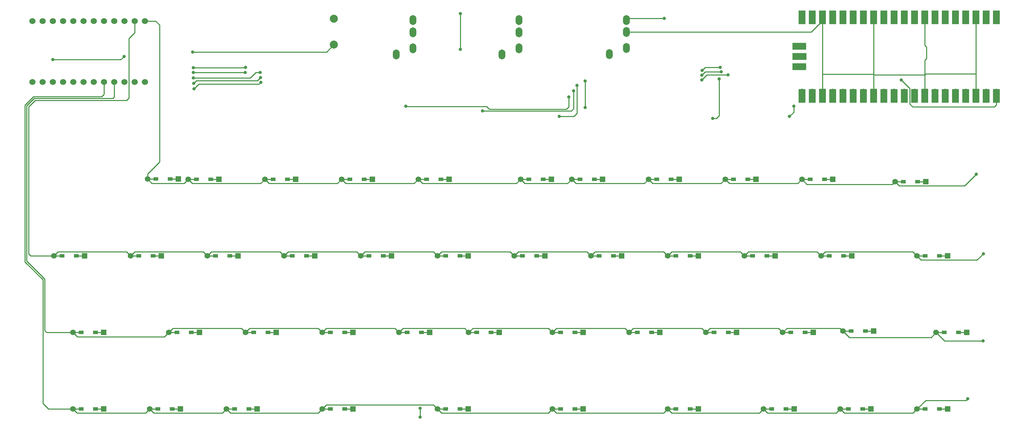
<source format=gbr>
G04 #@! TF.GenerationSoftware,KiCad,Pcbnew,(5.1.6-0-10_14)*
G04 #@! TF.CreationDate,2022-07-10T08:57:52+09:00*
G04 #@! TF.ProjectId,cool445,636f6f6c-3434-4352-9e6b-696361645f70,rev?*
G04 #@! TF.SameCoordinates,Original*
G04 #@! TF.FileFunction,Copper,L1,Top*
G04 #@! TF.FilePolarity,Positive*
%FSLAX46Y46*%
G04 Gerber Fmt 4.6, Leading zero omitted, Abs format (unit mm)*
G04 Created by KiCad (PCBNEW (5.1.6-0-10_14)) date 2022-07-10 08:57:52*
%MOMM*%
%LPD*%
G01*
G04 APERTURE LIST*
G04 #@! TA.AperFunction,ComponentPad*
%ADD10C,1.397000*%
G04 #@! TD*
G04 #@! TA.AperFunction,ComponentPad*
%ADD11R,1.397000X1.397000*%
G04 #@! TD*
G04 #@! TA.AperFunction,SMDPad,CuDef*
%ADD12R,1.300000X0.950000*%
G04 #@! TD*
G04 #@! TA.AperFunction,ComponentPad*
%ADD13O,1.700000X1.700000*%
G04 #@! TD*
G04 #@! TA.AperFunction,ComponentPad*
%ADD14R,1.700000X1.700000*%
G04 #@! TD*
G04 #@! TA.AperFunction,SMDPad,CuDef*
%ADD15R,1.700000X3.500000*%
G04 #@! TD*
G04 #@! TA.AperFunction,SMDPad,CuDef*
%ADD16R,3.500000X1.700000*%
G04 #@! TD*
G04 #@! TA.AperFunction,ComponentPad*
%ADD17C,1.524000*%
G04 #@! TD*
G04 #@! TA.AperFunction,ComponentPad*
%ADD18O,1.700000X2.500000*%
G04 #@! TD*
G04 #@! TA.AperFunction,ComponentPad*
%ADD19C,2.000000*%
G04 #@! TD*
G04 #@! TA.AperFunction,ViaPad*
%ADD20C,0.800000*%
G04 #@! TD*
G04 #@! TA.AperFunction,Conductor*
%ADD21C,0.250000*%
G04 #@! TD*
G04 APERTURE END LIST*
D10*
X172403000Y-67150000D03*
D11*
X180023000Y-67150000D03*
D12*
X177988000Y-67150000D03*
X174438000Y-67150000D03*
D10*
X143828000Y-67150000D03*
D11*
X151448000Y-67150000D03*
D12*
X149413000Y-67150000D03*
X145863000Y-67150000D03*
D10*
X115253000Y-67150000D03*
D11*
X122873000Y-67150000D03*
D12*
X120838000Y-67150000D03*
X117288000Y-67150000D03*
D10*
X86678000Y-67150000D03*
D11*
X94298000Y-67150000D03*
D12*
X92263000Y-67150000D03*
X88713000Y-67150000D03*
D10*
X24765499Y-48100000D03*
D11*
X32385499Y-48100000D03*
D12*
X30350499Y-48100000D03*
X26800499Y-48100000D03*
D10*
X228920000Y-10560000D03*
D11*
X236540000Y-10560000D03*
D12*
X234505000Y-10560000D03*
X230955000Y-10560000D03*
D10*
X43290000Y-9940000D03*
D11*
X50910000Y-9940000D03*
D12*
X48875000Y-9940000D03*
X45325000Y-9940000D03*
D10*
X234315000Y-67150000D03*
D11*
X241935000Y-67150000D03*
D12*
X239900000Y-67150000D03*
X236350000Y-67150000D03*
D10*
X215265000Y-67150000D03*
D11*
X222885000Y-67150000D03*
D12*
X220850000Y-67150000D03*
X217300000Y-67150000D03*
D10*
X196215000Y-67150000D03*
D11*
X203835000Y-67150000D03*
D12*
X201800000Y-67150000D03*
X198250000Y-67150000D03*
D10*
X62865000Y-67150000D03*
D11*
X70485000Y-67150000D03*
D12*
X68450000Y-67150000D03*
X64900000Y-67150000D03*
D10*
X43815000Y-67150000D03*
D11*
X51435000Y-67150000D03*
D12*
X49400000Y-67150000D03*
X45850000Y-67150000D03*
D10*
X24765000Y-67150000D03*
D11*
X32385000Y-67150000D03*
D12*
X30350000Y-67150000D03*
X26800000Y-67150000D03*
D10*
X239077500Y-48100000D03*
D11*
X246697500Y-48100000D03*
D12*
X244662500Y-48100000D03*
X241112500Y-48100000D03*
D10*
X215970000Y-47730000D03*
D11*
X223590000Y-47730000D03*
D12*
X221555000Y-47730000D03*
X218005000Y-47730000D03*
D10*
X200977500Y-48100000D03*
D11*
X208597500Y-48100000D03*
D12*
X206562500Y-48100000D03*
X203012500Y-48100000D03*
D10*
X181927500Y-48100000D03*
D11*
X189547500Y-48100000D03*
D12*
X187512500Y-48100000D03*
X183962500Y-48100000D03*
D10*
X162877500Y-48100000D03*
D11*
X170497500Y-48100000D03*
D12*
X168462500Y-48100000D03*
X164912500Y-48100000D03*
D10*
X143827500Y-48100000D03*
D11*
X151447500Y-48100000D03*
D12*
X149412500Y-48100000D03*
X145862500Y-48100000D03*
D10*
X123010000Y-48080000D03*
D11*
X130630000Y-48080000D03*
D12*
X128595000Y-48080000D03*
X125045000Y-48080000D03*
D10*
X105727500Y-48100000D03*
D11*
X113347500Y-48100000D03*
D12*
X111312500Y-48100000D03*
X107762500Y-48100000D03*
D10*
X86677500Y-48100000D03*
D11*
X94297500Y-48100000D03*
D12*
X92262500Y-48100000D03*
X88712500Y-48100000D03*
D10*
X67627500Y-48100000D03*
D11*
X75247500Y-48100000D03*
D12*
X73212500Y-48100000D03*
X69662500Y-48100000D03*
D10*
X48577500Y-48100000D03*
D11*
X56197500Y-48100000D03*
D12*
X54162500Y-48100000D03*
X50612500Y-48100000D03*
D10*
X205740000Y-10000000D03*
D11*
X213360000Y-10000000D03*
D12*
X211325000Y-10000000D03*
X207775000Y-10000000D03*
D10*
X186690000Y-10000000D03*
D11*
X194310000Y-10000000D03*
D12*
X192275000Y-10000000D03*
X188725000Y-10000000D03*
D10*
X167640000Y-10000000D03*
D11*
X175260000Y-10000000D03*
D12*
X173225000Y-10000000D03*
X169675000Y-10000000D03*
D10*
X148590000Y-10000000D03*
D11*
X156210000Y-10000000D03*
D12*
X154175000Y-10000000D03*
X150625000Y-10000000D03*
D10*
X135890000Y-10000000D03*
D11*
X143510000Y-10000000D03*
D12*
X141475000Y-10000000D03*
X137925000Y-10000000D03*
D10*
X110490000Y-10000000D03*
D11*
X118110000Y-10000000D03*
D12*
X116075000Y-10000000D03*
X112525000Y-10000000D03*
D10*
X91440000Y-10000000D03*
D11*
X99060000Y-10000000D03*
D12*
X97025000Y-10000000D03*
X93475000Y-10000000D03*
D10*
X72390000Y-10000000D03*
D11*
X80010000Y-10000000D03*
D12*
X77975000Y-10000000D03*
X74425000Y-10000000D03*
D10*
X53340000Y-10000000D03*
D11*
X60960000Y-10000000D03*
D12*
X58925000Y-10000000D03*
X55375000Y-10000000D03*
X25587500Y-29050000D03*
D11*
X27622500Y-29050000D03*
D10*
X20002500Y-29050000D03*
D12*
X22037500Y-29050000D03*
X44637500Y-29050000D03*
D11*
X46672500Y-29050000D03*
D10*
X39052500Y-29050000D03*
D12*
X41087500Y-29050000D03*
X63687500Y-29050000D03*
D11*
X65722500Y-29050000D03*
D10*
X58102500Y-29050000D03*
D12*
X60137500Y-29050000D03*
X82737500Y-29050000D03*
D11*
X84772500Y-29050000D03*
D10*
X77152500Y-29050000D03*
D12*
X79187500Y-29050000D03*
D13*
X254030000Y29450000D03*
X251490000Y29450000D03*
D14*
X248950000Y29450000D03*
D13*
X246410000Y29450000D03*
X243870000Y29450000D03*
X241330000Y29450000D03*
X238790000Y29450000D03*
D14*
X236250000Y29450000D03*
D13*
X233710000Y29450000D03*
X231170000Y29450000D03*
X228630000Y29450000D03*
X226090000Y29450000D03*
D14*
X223550000Y29450000D03*
D13*
X221010000Y29450000D03*
X218470000Y29450000D03*
X215930000Y29450000D03*
X213390000Y29450000D03*
D14*
X210850000Y29450000D03*
D13*
X208310000Y29450000D03*
X205770000Y29450000D03*
X205770000Y11670000D03*
X208310000Y11670000D03*
D14*
X210850000Y11670000D03*
D13*
X213390000Y11670000D03*
X215930000Y11670000D03*
X218470000Y11670000D03*
X221010000Y11670000D03*
D14*
X223550000Y11670000D03*
D13*
X226090000Y11670000D03*
X228630000Y11670000D03*
X231170000Y11670000D03*
X233710000Y11670000D03*
D14*
X236250000Y11670000D03*
D13*
X238790000Y11670000D03*
X241330000Y11670000D03*
X243870000Y11670000D03*
X246410000Y11670000D03*
D14*
X248950000Y11670000D03*
D13*
X251490000Y11670000D03*
X254030000Y11670000D03*
D15*
X254030000Y30350000D03*
X251490000Y30350000D03*
X248950000Y30350000D03*
X246410000Y30350000D03*
X243870000Y30350000D03*
X241330000Y30350000D03*
X238790000Y30350000D03*
X236250000Y30350000D03*
X233710000Y30350000D03*
X231170000Y30350000D03*
X228630000Y30350000D03*
X226090000Y30350000D03*
X223550000Y30350000D03*
X221010000Y30350000D03*
X218470000Y30350000D03*
X215930000Y30350000D03*
X213390000Y30350000D03*
X210850000Y30350000D03*
X208310000Y30350000D03*
X205770000Y30350000D03*
X254030000Y10770000D03*
X251490000Y10770000D03*
X248950000Y10770000D03*
X246410000Y10770000D03*
X243870000Y10770000D03*
X241330000Y10770000D03*
X238790000Y10770000D03*
X236250000Y10770000D03*
X233710000Y10770000D03*
X231170000Y10770000D03*
X228630000Y10770000D03*
X226090000Y10770000D03*
X223550000Y10770000D03*
X221010000Y10770000D03*
X218470000Y10770000D03*
X215930000Y10770000D03*
X213390000Y10770000D03*
X210850000Y10770000D03*
X208310000Y10770000D03*
X205770000Y10770000D03*
D16*
X205100000Y23100000D03*
D13*
X206000000Y23100000D03*
D16*
X205100000Y20560000D03*
D14*
X206000000Y20560000D03*
D16*
X205100000Y18020000D03*
D13*
X206000000Y18020000D03*
D17*
X14692000Y14201400D03*
X17232000Y14201400D03*
X19772000Y14201400D03*
X22312000Y14201400D03*
X24852000Y14201400D03*
X27392000Y14201400D03*
X29932000Y14201400D03*
X32472000Y14201400D03*
X35012000Y14201400D03*
X37552000Y14201400D03*
X40092000Y14201400D03*
X42632000Y14201400D03*
X42632000Y29421400D03*
X40092000Y29421400D03*
X37552000Y29421400D03*
X35012000Y29421400D03*
X32472000Y29421400D03*
X29932000Y29421400D03*
X27392000Y29421400D03*
X24852000Y29421400D03*
X22312000Y29421400D03*
X19772000Y29421400D03*
X17232000Y29421400D03*
X14692000Y29421400D03*
D12*
X101787500Y-29050000D03*
D11*
X103822500Y-29050000D03*
D10*
X96202500Y-29050000D03*
D12*
X98237500Y-29050000D03*
X117287500Y-29050000D03*
D10*
X115252500Y-29050000D03*
D11*
X122872500Y-29050000D03*
D12*
X120837500Y-29050000D03*
X136337500Y-29050000D03*
D10*
X134302500Y-29050000D03*
D11*
X141922500Y-29050000D03*
D12*
X139887500Y-29050000D03*
X155387500Y-29050000D03*
D10*
X153352500Y-29050000D03*
D11*
X160972500Y-29050000D03*
D12*
X158937500Y-29050000D03*
X174437500Y-29050000D03*
D10*
X172402500Y-29050000D03*
D11*
X180022500Y-29050000D03*
D12*
X177987500Y-29050000D03*
X193487500Y-29050000D03*
D10*
X191452500Y-29050000D03*
D11*
X199072500Y-29050000D03*
D12*
X197037500Y-29050000D03*
X212537500Y-29050000D03*
D10*
X210502500Y-29050000D03*
D11*
X218122500Y-29050000D03*
D12*
X216087500Y-29050000D03*
X236350500Y-29050000D03*
D10*
X234315500Y-29050000D03*
D11*
X241935500Y-29050000D03*
D12*
X239900500Y-29050000D03*
D18*
X135470000Y29610000D03*
X135470000Y26610000D03*
X135470000Y22610000D03*
X131270000Y21110000D03*
D19*
X89520000Y30010000D03*
X89520000Y23510000D03*
D18*
X104990000Y21110000D03*
X109190000Y22610000D03*
X109190000Y26610000D03*
X109190000Y29610000D03*
X162170000Y29670000D03*
X162170000Y26670000D03*
X162170000Y22670000D03*
X157970000Y21170000D03*
D20*
X249060000Y-8680000D03*
X250780000Y-28540000D03*
X250760000Y-50230000D03*
X246940000Y-64590000D03*
X171580000Y30050000D03*
X19772000Y19792000D03*
X37450000Y20600000D03*
X54440000Y21700000D03*
X54680000Y17810000D03*
X67560000Y17840000D03*
X230440030Y14710030D03*
X120980000Y31210000D03*
X120980000Y22330000D03*
X187380000Y16000000D03*
X180920000Y14760000D03*
X71370000Y14160000D03*
X54820000Y12560000D03*
X110910000Y-69190000D03*
X110910000Y-67010000D03*
X147880000Y10500000D03*
X107400000Y8200000D03*
X149010000Y12040000D03*
X126450000Y7040000D03*
X149890000Y13360000D03*
X145500000Y5690000D03*
X151970000Y7850000D03*
X151960000Y14500000D03*
X185170000Y14980000D03*
X183600000Y5210000D03*
X203720000Y8230000D03*
X202650000Y5660000D03*
X185460000Y17890000D03*
X180950000Y17075000D03*
X54680000Y15280000D03*
X71250000Y16600000D03*
X185740000Y16750000D03*
X180920000Y15920000D03*
X71320000Y15340000D03*
X54760000Y13870000D03*
X54670000Y16590000D03*
X67555000Y16625000D03*
D21*
X58925000Y-10000000D02*
X60960000Y-10000000D01*
X43290000Y-9940000D02*
X45325000Y-9940000D01*
X52376499Y-10963501D02*
X53340000Y-10000000D01*
X44313501Y-10963501D02*
X52376499Y-10963501D01*
X43290000Y-9940000D02*
X44313501Y-10963501D01*
X55375000Y-10000000D02*
X55375000Y-10115000D01*
X55260000Y-10000000D02*
X53340000Y-10000000D01*
X55375000Y-10115000D02*
X55260000Y-10000000D01*
X71366499Y-11023501D02*
X72390000Y-10000000D01*
X54363501Y-11023501D02*
X71366499Y-11023501D01*
X53340000Y-10000000D02*
X54363501Y-11023501D01*
X72390000Y-10000000D02*
X74425000Y-10000000D01*
X90416499Y-11023501D02*
X91440000Y-10000000D01*
X73413501Y-11023501D02*
X90416499Y-11023501D01*
X72390000Y-10000000D02*
X73413501Y-11023501D01*
X91440000Y-10000000D02*
X93475000Y-10000000D01*
X109466499Y-11023501D02*
X110490000Y-10000000D01*
X92463501Y-11023501D02*
X109466499Y-11023501D01*
X91440000Y-10000000D02*
X92463501Y-11023501D01*
X110490000Y-10000000D02*
X112525000Y-10000000D01*
X134866499Y-11023501D02*
X135890000Y-10000000D01*
X111513501Y-11023501D02*
X134866499Y-11023501D01*
X110490000Y-10000000D02*
X111513501Y-11023501D01*
X135890000Y-10000000D02*
X137925000Y-10000000D01*
X147566499Y-11023501D02*
X148590000Y-10000000D01*
X136913501Y-11023501D02*
X147566499Y-11023501D01*
X135890000Y-10000000D02*
X136913501Y-11023501D01*
X148590000Y-10000000D02*
X150625000Y-10000000D01*
X166616499Y-11023501D02*
X167640000Y-10000000D01*
X149613501Y-11023501D02*
X166616499Y-11023501D01*
X148590000Y-10000000D02*
X149613501Y-11023501D01*
X167640000Y-10000000D02*
X169675000Y-10000000D01*
X185666499Y-11023501D02*
X186690000Y-10000000D01*
X168663501Y-11023501D02*
X185666499Y-11023501D01*
X167640000Y-10000000D02*
X168663501Y-11023501D01*
X186690000Y-10000000D02*
X188725000Y-10000000D01*
X204716499Y-11023501D02*
X205740000Y-10000000D01*
X187713501Y-11023501D02*
X204716499Y-11023501D01*
X186690000Y-10000000D02*
X187713501Y-11023501D01*
X205740000Y-10000000D02*
X207775000Y-10000000D01*
X206998499Y-11258499D02*
X228221501Y-11258499D01*
X228221501Y-11258499D02*
X228920000Y-10560000D01*
X205740000Y-10000000D02*
X206998499Y-11258499D01*
X228920000Y-10560000D02*
X230955000Y-10560000D01*
X43290000Y-9940000D02*
X43290000Y-8650000D01*
X43290000Y-8650000D02*
X46260000Y-5680000D01*
X46260000Y-5680000D02*
X46260000Y28450000D01*
X45288600Y29421400D02*
X42632000Y29421400D01*
X46260000Y28450000D02*
X45288600Y29421400D01*
X229943501Y-11583501D02*
X228920000Y-10560000D01*
X246156499Y-11583501D02*
X229943501Y-11583501D01*
X249060000Y-8680000D02*
X246156499Y-11583501D01*
X77975000Y-10000000D02*
X80010000Y-10000000D01*
X97025000Y-10000000D02*
X99060000Y-10000000D01*
X116075000Y-10000000D02*
X118110000Y-10000000D01*
X141475000Y-10000000D02*
X143510000Y-10000000D01*
X154175000Y-10000000D02*
X156210000Y-10000000D01*
X173225000Y-10000000D02*
X175260000Y-10000000D01*
X192275000Y-10000000D02*
X194310000Y-10000000D01*
X211325000Y-10000000D02*
X213360000Y-10000000D01*
X25587500Y-29050000D02*
X27622500Y-29050000D01*
X234315500Y-29050000D02*
X236350500Y-29050000D01*
X211526001Y-28026499D02*
X210502500Y-29050000D01*
X233291999Y-28026499D02*
X211526001Y-28026499D01*
X234315500Y-29050000D02*
X233291999Y-28026499D01*
X210502500Y-29050000D02*
X212537500Y-29050000D01*
X192476001Y-28026499D02*
X191452500Y-29050000D01*
X209478999Y-28026499D02*
X192476001Y-28026499D01*
X210502500Y-29050000D02*
X209478999Y-28026499D01*
X191452500Y-29050000D02*
X193487500Y-29050000D01*
X173426001Y-28026499D02*
X172402500Y-29050000D01*
X190428999Y-28026499D02*
X173426001Y-28026499D01*
X191452500Y-29050000D02*
X190428999Y-28026499D01*
X172402500Y-29050000D02*
X174437500Y-29050000D01*
X154376001Y-28026499D02*
X153352500Y-29050000D01*
X171378999Y-28026499D02*
X154376001Y-28026499D01*
X172402500Y-29050000D02*
X171378999Y-28026499D01*
X153352500Y-29050000D02*
X155387500Y-29050000D01*
X152328999Y-28026499D02*
X135326001Y-28026499D01*
X135326001Y-28026499D02*
X134302500Y-29050000D01*
X153352500Y-29050000D02*
X152328999Y-28026499D01*
X134302500Y-29050000D02*
X136337500Y-29050000D01*
X116276001Y-28026499D02*
X115252500Y-29050000D01*
X133278999Y-28026499D02*
X116276001Y-28026499D01*
X134302500Y-29050000D02*
X133278999Y-28026499D01*
X115252500Y-29050000D02*
X117287500Y-29050000D01*
X97226001Y-28026499D02*
X96202500Y-29050000D01*
X114228999Y-28026499D02*
X97226001Y-28026499D01*
X115252500Y-29050000D02*
X114228999Y-28026499D01*
X96202500Y-29050000D02*
X98237500Y-29050000D01*
X78176001Y-28026499D02*
X77152500Y-29050000D01*
X95178999Y-28026499D02*
X78176001Y-28026499D01*
X96202500Y-29050000D02*
X95178999Y-28026499D01*
X77152500Y-29050000D02*
X79187500Y-29050000D01*
X59126001Y-28026499D02*
X58102500Y-29050000D01*
X76128999Y-28026499D02*
X59126001Y-28026499D01*
X77152500Y-29050000D02*
X76128999Y-28026499D01*
X58102500Y-29050000D02*
X60137500Y-29050000D01*
X40076001Y-28026499D02*
X39052500Y-29050000D01*
X57078999Y-28026499D02*
X40076001Y-28026499D01*
X58102500Y-29050000D02*
X57078999Y-28026499D01*
X39052500Y-29050000D02*
X41087500Y-29050000D01*
X21026001Y-28026499D02*
X20002500Y-29050000D01*
X38028999Y-28026499D02*
X21026001Y-28026499D01*
X39052500Y-29050000D02*
X38028999Y-28026499D01*
X20002500Y-29050000D02*
X22037500Y-29050000D01*
X38030000Y9670000D02*
X38639001Y10279001D01*
X38639001Y25069001D02*
X40092000Y26522000D01*
X34836372Y9670000D02*
X38030000Y9670000D01*
X34816391Y9689981D02*
X34836372Y9670000D01*
X40092000Y26522000D02*
X40092000Y29421400D01*
X20002500Y-29050000D02*
X14240020Y-29050000D01*
X15349980Y9689980D02*
X34816391Y9689981D01*
X13720020Y8060020D02*
X15349980Y9689980D01*
X13720020Y-28530000D02*
X13720020Y8060020D01*
X38639001Y10279001D02*
X38639001Y25069001D01*
X14240020Y-29050000D02*
X13720020Y-28530000D01*
X235339001Y-30073501D02*
X234315500Y-29050000D01*
X249246499Y-30073501D02*
X235339001Y-30073501D01*
X250780000Y-28540000D02*
X249246499Y-30073501D01*
X44637500Y-29050000D02*
X46672500Y-29050000D01*
X63687500Y-29050000D02*
X65722500Y-29050000D01*
X82737500Y-29050000D02*
X84772500Y-29050000D01*
X101787500Y-29050000D02*
X103822500Y-29050000D01*
X120837500Y-29050000D02*
X122872500Y-29050000D01*
X139887500Y-29050000D02*
X141922500Y-29050000D01*
X158937500Y-29050000D02*
X160972500Y-29050000D01*
X177987500Y-29050000D02*
X180022500Y-29050000D01*
X197037500Y-29050000D02*
X199072500Y-29050000D01*
X216087500Y-29050000D02*
X218122500Y-29050000D01*
X54162500Y-48100000D02*
X56197500Y-48100000D01*
X237847500Y-49330000D02*
X217570000Y-49330000D01*
X217570000Y-49330000D02*
X215970000Y-47730000D01*
X239077500Y-48100000D02*
X237847500Y-49330000D01*
X215271501Y-47031501D02*
X202045999Y-47031501D01*
X202045999Y-47031501D02*
X200977500Y-48100000D01*
X215970000Y-47730000D02*
X215271501Y-47031501D01*
X182951001Y-47076499D02*
X181927500Y-48100000D01*
X199953999Y-47076499D02*
X182951001Y-47076499D01*
X200977500Y-48100000D02*
X199953999Y-47076499D01*
X163901001Y-47076499D02*
X162877500Y-48100000D01*
X180903999Y-47076499D02*
X163901001Y-47076499D01*
X181927500Y-48100000D02*
X180903999Y-47076499D01*
X144851001Y-47076499D02*
X143827500Y-48100000D01*
X161853999Y-47076499D02*
X144851001Y-47076499D01*
X162877500Y-48100000D02*
X161853999Y-47076499D01*
X142783999Y-47056499D02*
X124033501Y-47056499D01*
X124033501Y-47056499D02*
X123010000Y-48080000D01*
X143827500Y-48100000D02*
X142783999Y-47056499D01*
X106751001Y-47076499D02*
X105727500Y-48100000D01*
X122006499Y-47076499D02*
X106751001Y-47076499D01*
X123010000Y-48080000D02*
X122006499Y-47076499D01*
X87701001Y-47076499D02*
X86677500Y-48100000D01*
X104703999Y-47076499D02*
X87701001Y-47076499D01*
X105727500Y-48100000D02*
X104703999Y-47076499D01*
X68651001Y-47076499D02*
X67627500Y-48100000D01*
X85653999Y-47076499D02*
X68651001Y-47076499D01*
X86677500Y-48100000D02*
X85653999Y-47076499D01*
X49601001Y-47076499D02*
X48577500Y-48100000D01*
X66603999Y-47076499D02*
X49601001Y-47076499D01*
X67627500Y-48100000D02*
X66603999Y-47076499D01*
X47469644Y-49207856D02*
X48577500Y-48100000D01*
X25873355Y-49207856D02*
X47469644Y-49207856D01*
X24765499Y-48100000D02*
X25873355Y-49207856D01*
X24765499Y-48100000D02*
X26800499Y-48100000D01*
X48577500Y-48100000D02*
X50612500Y-48100000D01*
X67627500Y-48100000D02*
X69662500Y-48100000D01*
X86677500Y-48100000D02*
X88712500Y-48100000D01*
X105727500Y-48100000D02*
X107762500Y-48100000D01*
X123010000Y-48080000D02*
X125045000Y-48080000D01*
X143827500Y-48100000D02*
X145862500Y-48100000D01*
X162877500Y-48100000D02*
X164912500Y-48100000D01*
X181927500Y-48100000D02*
X183962500Y-48100000D01*
X200977500Y-48100000D02*
X203012500Y-48100000D01*
X215970000Y-47730000D02*
X218005000Y-47730000D01*
X239077500Y-48100000D02*
X241112500Y-48100000D01*
X15136400Y10139990D02*
X34629990Y10139990D01*
X13270010Y8273600D02*
X15136400Y10139990D01*
X34629990Y10139990D02*
X35012000Y10522000D01*
X13270010Y-30333600D02*
X13270010Y8273600D01*
X24765499Y-48100000D02*
X18200010Y-48100000D01*
X18200010Y-48100000D02*
X17740010Y-47640000D01*
X17740010Y-47640000D02*
X17740009Y-34803599D01*
X35012000Y10522000D02*
X35012000Y14201400D01*
X17740009Y-34803599D02*
X13270010Y-30333600D01*
X241207500Y-50230000D02*
X239077500Y-48100000D01*
X250760000Y-50230000D02*
X241207500Y-50230000D01*
X73212500Y-48100000D02*
X75247500Y-48100000D01*
X92262500Y-48100000D02*
X94297500Y-48100000D01*
X111312500Y-48100000D02*
X113347500Y-48100000D01*
X128595000Y-48080000D02*
X130630000Y-48080000D01*
X149412500Y-48100000D02*
X151447500Y-48100000D01*
X168462500Y-48100000D02*
X170497500Y-48100000D01*
X187512500Y-48100000D02*
X189547500Y-48100000D01*
X206562500Y-48100000D02*
X208597500Y-48100000D01*
X221555000Y-47730000D02*
X223590000Y-47730000D01*
X244662500Y-48100000D02*
X246697500Y-48100000D01*
X30350000Y-67150000D02*
X32385000Y-67150000D01*
X24765000Y-67150000D02*
X26130000Y-67150000D01*
X26130000Y-67150000D02*
X26800000Y-67150000D01*
X43815000Y-67150000D02*
X45850000Y-67150000D01*
X62865000Y-67150000D02*
X64900000Y-67150000D01*
X86678000Y-67150000D02*
X88713000Y-67150000D01*
X115253000Y-67150000D02*
X117288000Y-67150000D01*
X143828000Y-67150000D02*
X145863000Y-67150000D01*
X172403000Y-67150000D02*
X174438000Y-67150000D01*
X196215000Y-67150000D02*
X198250000Y-67150000D01*
X215265000Y-67150000D02*
X217300000Y-67150000D01*
X234315000Y-67150000D02*
X236350000Y-67150000D01*
X25788501Y-68173501D02*
X42791499Y-68173501D01*
X42791499Y-68173501D02*
X43815000Y-67150000D01*
X24765000Y-67150000D02*
X25788501Y-68173501D01*
X61841499Y-68173501D02*
X62865000Y-67150000D01*
X44838501Y-68173501D02*
X61841499Y-68173501D01*
X43815000Y-67150000D02*
X44838501Y-68173501D01*
X85654499Y-68173501D02*
X86678000Y-67150000D01*
X63888501Y-68173501D02*
X85654499Y-68173501D01*
X62865000Y-67150000D02*
X63888501Y-68173501D01*
X142804499Y-68173501D02*
X143828000Y-67150000D01*
X116276501Y-68173501D02*
X142804499Y-68173501D01*
X115253000Y-67150000D02*
X116276501Y-68173501D01*
X171379499Y-68173501D02*
X172403000Y-67150000D01*
X144851501Y-68173501D02*
X171379499Y-68173501D01*
X143828000Y-67150000D02*
X144851501Y-68173501D01*
X195191499Y-68173501D02*
X196215000Y-67150000D01*
X173426501Y-68173501D02*
X195191499Y-68173501D01*
X172403000Y-67150000D02*
X173426501Y-68173501D01*
X214241499Y-68173501D02*
X215265000Y-67150000D01*
X197238501Y-68173501D02*
X214241499Y-68173501D01*
X196215000Y-67150000D02*
X197238501Y-68173501D01*
X233291499Y-68173501D02*
X234315000Y-67150000D01*
X216288501Y-68173501D02*
X233291499Y-68173501D01*
X215265000Y-67150000D02*
X216288501Y-68173501D01*
X24765000Y-67150000D02*
X18680000Y-67150000D01*
X18680000Y-67150000D02*
X17290000Y-65760000D01*
X17290000Y-65760000D02*
X17290000Y-34990000D01*
X17290000Y-34990000D02*
X12820000Y-30520000D01*
X12820000Y-30520000D02*
X12820000Y8460000D01*
X12820000Y8460000D02*
X14950000Y10590000D01*
X14950000Y10590000D02*
X31900000Y10590000D01*
X32472000Y11162000D02*
X32472000Y14201400D01*
X31900000Y10590000D02*
X32472000Y11162000D01*
X87701501Y-66126499D02*
X86678000Y-67150000D01*
X114229499Y-66126499D02*
X87701501Y-66126499D01*
X115253000Y-67150000D02*
X114229499Y-66126499D01*
X236475001Y-64989999D02*
X234315000Y-67150000D01*
X246540001Y-64989999D02*
X236475001Y-64989999D01*
X246940000Y-64590000D02*
X246540001Y-64989999D01*
X49400000Y-67150000D02*
X51435000Y-67150000D01*
X68450000Y-67150000D02*
X70485000Y-67150000D01*
X201800000Y-67150000D02*
X203835000Y-67150000D01*
X220850000Y-67150000D02*
X222885000Y-67150000D01*
X239900000Y-67150000D02*
X241935000Y-67150000D01*
X48875000Y-9940000D02*
X50910000Y-9940000D01*
X234505000Y-10560000D02*
X236540000Y-10560000D01*
X239900500Y-29050000D02*
X241935500Y-29050000D01*
X30350499Y-48100000D02*
X32385499Y-48100000D01*
X92263000Y-67150000D02*
X94298000Y-67150000D01*
X120838000Y-67150000D02*
X122873000Y-67150000D01*
X149413000Y-67150000D02*
X151448000Y-67150000D01*
X177988000Y-67150000D02*
X180023000Y-67150000D01*
X162550000Y30050000D02*
X162170000Y29670000D01*
X171580000Y30050000D02*
X162550000Y30050000D01*
X19772000Y19792000D02*
X36642000Y19792000D01*
X36642000Y19792000D02*
X37450000Y20600000D01*
X87710000Y21700000D02*
X89520000Y23510000D01*
X54440000Y21700000D02*
X87710000Y21700000D01*
X236250000Y29450000D02*
X236250000Y23390000D01*
X236250000Y23390000D02*
X236690000Y22950000D01*
X236690000Y22950000D02*
X236690000Y20060000D01*
X236690000Y20060000D02*
X236250000Y19620000D01*
X236470000Y16220000D02*
X236250000Y16000000D01*
X236250000Y16000000D02*
X236250000Y11670000D01*
X236250000Y19620000D02*
X236250000Y16000000D01*
X248950000Y11670000D02*
X248950000Y16220000D01*
X248950000Y16220000D02*
X236470000Y16220000D01*
X248950000Y16220000D02*
X248950000Y29450000D01*
X223760000Y16000000D02*
X223550000Y16210000D01*
X236250000Y16000000D02*
X223760000Y16000000D01*
X223550000Y16210000D02*
X223550000Y29450000D01*
X223550000Y11670000D02*
X223550000Y16210000D01*
X223550000Y16210000D02*
X210870000Y16210000D01*
X210870000Y16210000D02*
X210850000Y16190000D01*
X210850000Y16190000D02*
X210850000Y29450000D01*
X210850000Y11670000D02*
X210850000Y16190000D01*
X210850000Y29450000D02*
X208040000Y26640000D01*
X162200000Y26640000D02*
X162170000Y26670000D01*
X208040000Y26640000D02*
X162200000Y26640000D01*
X67530000Y17810000D02*
X67560000Y17840000D01*
X54680000Y17810000D02*
X67530000Y17810000D01*
X254030000Y8570000D02*
X254030000Y11670000D01*
X233264998Y8030000D02*
X253490000Y8030000D01*
X253490000Y8030000D02*
X254030000Y8570000D01*
X232534999Y8759999D02*
X233264998Y8030000D01*
X232534999Y12615061D02*
X232534999Y8759999D01*
X230440030Y14710030D02*
X232534999Y12615061D01*
X120980000Y31210000D02*
X120980000Y22330000D01*
X182160000Y16000000D02*
X180920000Y14760000D01*
X187380000Y16000000D02*
X182160000Y16000000D01*
X71370000Y14160000D02*
X70940000Y13730000D01*
X55990000Y13730000D02*
X54820000Y12560000D01*
X70940000Y13730000D02*
X55990000Y13730000D01*
X110910000Y-69190000D02*
X110910000Y-67010000D01*
X147880000Y10500000D02*
X147880000Y8050000D01*
X147880000Y8050000D02*
X147270010Y7440010D01*
X147270010Y7440010D02*
X128139990Y7440010D01*
X128139990Y7440010D02*
X127460000Y8120000D01*
X107480000Y8120000D02*
X107400000Y8200000D01*
X127460000Y8120000D02*
X107480000Y8120000D01*
X149010000Y12040000D02*
X149010000Y7580000D01*
X149010000Y7580000D02*
X148420000Y6990000D01*
X126500000Y6990000D02*
X126450000Y7040000D01*
X148420000Y6990000D02*
X126500000Y6990000D01*
X149890000Y13360000D02*
X149890000Y6470000D01*
X149110000Y5690000D02*
X145500000Y5690000D01*
X149890000Y6470000D02*
X149110000Y5690000D01*
X151970000Y14490000D02*
X151960000Y14500000D01*
X151970000Y7850000D02*
X151970000Y14490000D01*
X185170000Y14980000D02*
X185170000Y5830000D01*
X185170000Y5830000D02*
X184550000Y5210000D01*
X184550000Y5210000D02*
X183600000Y5210000D01*
X203720000Y8230000D02*
X203720000Y6720000D01*
X202660000Y5660000D02*
X202650000Y5660000D01*
X203720000Y6720000D02*
X202660000Y5660000D01*
X181765000Y17890000D02*
X180950000Y17075000D01*
X185460000Y17890000D02*
X181765000Y17890000D01*
X68600000Y15280000D02*
X68800000Y15280000D01*
X68600000Y15280000D02*
X54680000Y15280000D01*
X70120000Y16600000D02*
X71250000Y16600000D01*
X68800000Y15280000D02*
X70120000Y16600000D01*
X70534999Y14554999D02*
X55444999Y14554999D01*
X71320000Y15340000D02*
X70534999Y14554999D01*
X55444999Y14554999D02*
X54760000Y13870000D01*
X180920000Y15920000D02*
X181740000Y16740000D01*
X185730000Y16740000D02*
X185740000Y16750000D01*
X181740000Y16740000D02*
X185730000Y16740000D01*
X67520000Y16590000D02*
X67555000Y16625000D01*
X54670000Y16590000D02*
X67520000Y16590000D01*
M02*

</source>
